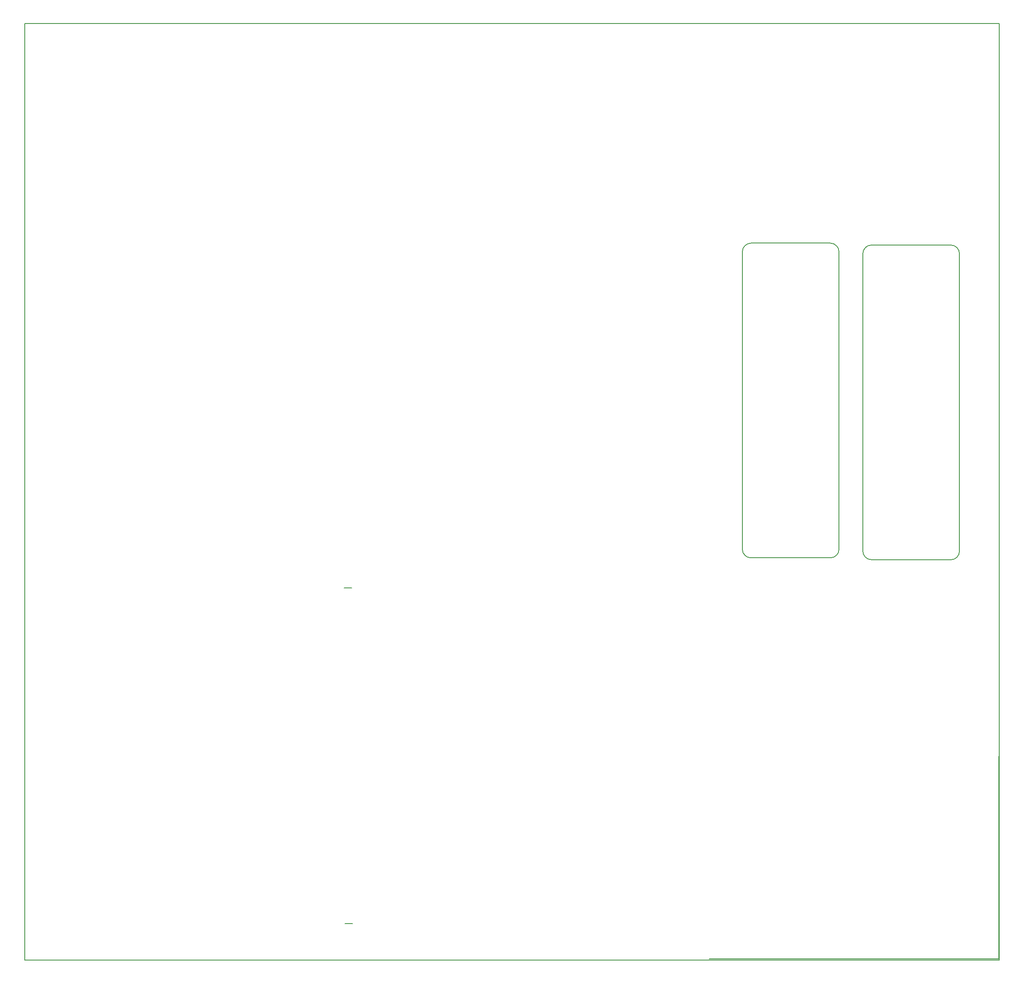
<source format=gbr>
G04 #@! TF.FileFunction,Profile,NP*
%FSLAX46Y46*%
G04 Gerber Fmt 4.6, Leading zero omitted, Abs format (unit mm)*
G04 Created by KiCad (PCBNEW 4.0.0-rc2-stable) date 7/14/2016 8:37:10 PM*
%MOMM*%
G01*
G04 APERTURE LIST*
%ADD10C,0.100000*%
%ADD11C,0.150000*%
G04 APERTURE END LIST*
D10*
D11*
X-499719600Y166471600D02*
X-499719600Y-22504400D01*
X-303123600Y166471600D02*
X-499719600Y166471600D01*
X-303123600Y-22504400D02*
X-303123600Y166471600D01*
X-499719600Y-22504400D02*
X-303123600Y-22504400D01*
X-435152800Y-15113000D02*
X-433628800Y-15113000D01*
X-435254400Y52603400D02*
X-433730400Y52603400D01*
X-335447200Y120426800D02*
X-335447200Y115926800D01*
X-354947200Y120426800D02*
X-354947200Y115926800D01*
X-335447200Y115926800D02*
X-335447200Y60426800D01*
X-353197200Y122176800D02*
X-337197200Y122176800D01*
X-354947200Y60426800D02*
X-354947200Y115926800D01*
X-337197200Y58676800D02*
X-353197200Y58676800D01*
X-335447200Y120426800D02*
G75*
G03X-337197200Y122176800I-1750000J0D01*
G01*
X-337197200Y58676800D02*
G75*
G03X-335447200Y60426800I0J1750000D01*
G01*
X-353197200Y122176800D02*
G75*
G03X-354947200Y120426800I0J-1750000D01*
G01*
X-354947200Y60426800D02*
G75*
G03X-353197200Y58676800I1750000J0D01*
G01*
X-311139400Y120045800D02*
X-311139400Y115545800D01*
X-330639400Y120045800D02*
X-330639400Y115545800D01*
X-311139400Y115545800D02*
X-311139400Y60045800D01*
X-328889400Y121795800D02*
X-312889400Y121795800D01*
X-330639400Y60045800D02*
X-330639400Y115545800D01*
X-312889400Y58295800D02*
X-328889400Y58295800D01*
X-311139400Y120045800D02*
G75*
G03X-312889400Y121795800I-1750000J0D01*
G01*
X-312889400Y58295800D02*
G75*
G03X-311139400Y60045800I0J1750000D01*
G01*
X-328889400Y121795800D02*
G75*
G03X-330639400Y120045800I0J-1750000D01*
G01*
X-330639400Y60045800D02*
G75*
G03X-328889400Y58295800I1750000J0D01*
G01*
X-303174400Y-22250400D02*
X-361645200Y-22250400D01*
X-303174400Y-22250400D02*
X-303174400Y18643600D01*
M02*

</source>
